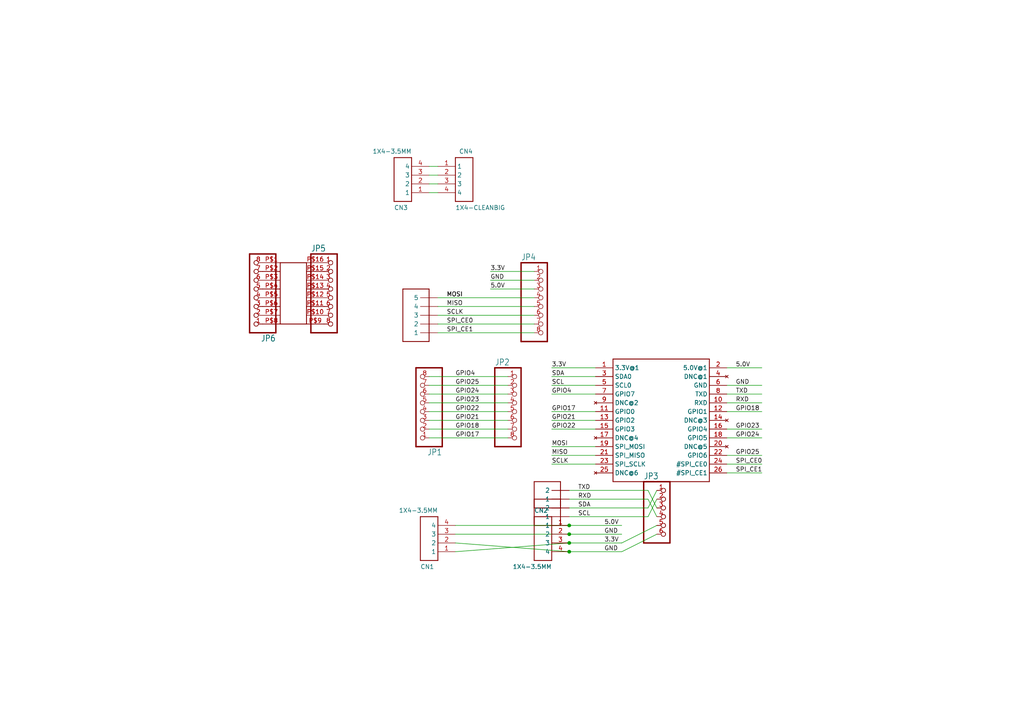
<source format=kicad_sch>
(kicad_sch (version 20230121) (generator eeschema)
  (paper "A4")
  (lib_symbols
    (symbol "working-eagle-import:1X2-3.5MM"
      (symbol "1X2-3.5MM_1_0"
        (polyline (pts (xy -2.54 -2.54) (xy 5.08 -2.54)) (stroke (width 0.254)))
        (polyline (pts (xy -2.54 5.08) (xy -2.54 -2.54)) (stroke (width 0.254)))
        (polyline (pts (xy 5.08 -2.54) (xy 5.08 5.08)) (stroke (width 0.254)))
        (polyline (pts (xy 5.08 5.08) (xy -2.54 5.08)) (stroke (width 0.254)))
        (pin passive line (at -5.08 2.54 0) (length 5.08) (name "1") (number "1"))
        (pin passive line (at -5.08 0 0) (length 5.08) (name "2") (number "2"))
      )
    )
    (symbol "working-eagle-import:1X4-3.5MM"
      (property "Reference" "CN" (at 5.08 7.62 0))
      (symbol "1X4-3.5MM_1_0"
        (polyline (pts (xy 0 -7.62) (xy 0 5.08)) (stroke (width 0.254)))
        (polyline (pts (xy 0 5.08) (xy 5.08 5.08)) (stroke (width 0.254)))
        (polyline (pts (xy 5.08 -7.62) (xy 0 -7.62)) (stroke (width 0.254)))
        (polyline (pts (xy 5.08 5.08) (xy 5.08 -7.62)) (stroke (width 0.254)))
        (pin bidirectional line (at -5.08 2.54 0) (length 5.08) (name "1") (number "1"))
        (pin bidirectional line (at -5.08 0 0) (length 5.08) (name "2") (number "2"))
        (pin bidirectional line (at -5.08 -2.54 0) (length 5.08) (name "3") (number "3"))
        (pin bidirectional line (at -5.08 -5.08 0) (length 5.08) (name "4") (number "4"))
      )
    )
    (symbol "working-eagle-import:1X4-CLEANBIG"
      (property "Reference" "CN" (at 5.08 7.62 0))
      (symbol "1X4-CLEANBIG_1_0"
        (polyline (pts (xy 0 -7.62) (xy 0 5.08)) (stroke (width 0.254)))
        (polyline (pts (xy 0 5.08) (xy 5.08 5.08)) (stroke (width 0.254)))
        (polyline (pts (xy 5.08 -7.62) (xy 0 -7.62)) (stroke (width 0.254)))
        (polyline (pts (xy 5.08 5.08) (xy 5.08 -7.62)) (stroke (width 0.254)))
        (pin bidirectional line (at -5.08 2.54 0) (length 5.08) (name "1") (number "1"))
        (pin bidirectional line (at -5.08 0 0) (length 5.08) (name "2") (number "2"))
        (pin bidirectional line (at -5.08 -2.54 0) (length 5.08) (name "3") (number "3"))
        (pin bidirectional line (at -5.08 -5.08 0) (length 5.08) (name "4") (number "4"))
      )
    )
    (symbol "working-eagle-import:1X5"
      (symbol "1X5_1_0"
        (polyline (pts (xy -5.08 -7.62) (xy 2.54 -7.62)) (stroke (width 0.254)))
        (polyline (pts (xy -5.08 7.62) (xy -5.08 -7.62)) (stroke (width 0.254)))
        (polyline (pts (xy 2.54 -7.62) (xy 2.54 7.62)) (stroke (width 0.254)))
        (polyline (pts (xy 2.54 7.62) (xy -5.08 7.62)) (stroke (width 0.254)))
        (pin passive line (at -7.62 5.08 0) (length 5.08) (name "1") (number "1"))
        (pin passive line (at -7.62 2.54 0) (length 5.08) (name "2") (number "2"))
        (pin passive line (at -7.62 0 0) (length 5.08) (name "3") (number "3"))
        (pin passive line (at -7.62 -2.54 0) (length 5.08) (name "4") (number "4"))
        (pin passive line (at -7.62 -5.08 0) (length 5.08) (name "5") (number "5"))
      )
    )
    (symbol "working-eagle-import:PINHD-1X6B"
      (property "Reference" "JP" (at -6.35 10.795 0))
      (symbol "PINHD-1X6B_1_0"
        (polyline (pts (xy -6.35 -7.62) (xy 1.27 -7.62)) (stroke (width 0.4064)))
        (polyline (pts (xy -6.35 10.16) (xy -6.35 -7.62)) (stroke (width 0.4064)))
        (polyline (pts (xy 1.27 -7.62) (xy 1.27 10.16)) (stroke (width 0.4064)))
        (polyline (pts (xy 1.27 10.16) (xy -6.35 10.16)) (stroke (width 0.4064)))
        (pin passive inverted (at -2.54 7.62 0) (length 2.54) (name "1") (number "1"))
        (pin passive inverted (at -2.54 5.08 0) (length 2.54) (name "2") (number "2"))
        (pin passive inverted (at -2.54 2.54 0) (length 2.54) (name "3") (number "3"))
        (pin passive inverted (at -2.54 0 0) (length 2.54) (name "4") (number "4"))
        (pin passive inverted (at -2.54 -2.54 0) (length 2.54) (name "5") (number "5"))
        (pin passive inverted (at -2.54 -5.08 0) (length 2.54) (name "6") (number "6"))
      )
    )
    (symbol "working-eagle-import:PINHD-1X8-3.5MM"
      (property "Reference" "JP" (at -6.35 10.795 0))
      (symbol "PINHD-1X8-3.5MM_1_0"
        (polyline (pts (xy -6.35 -12.7) (xy 1.27 -12.7)) (stroke (width 0.4064)))
        (polyline (pts (xy -6.35 10.16) (xy -6.35 -12.7)) (stroke (width 0.4064)))
        (polyline (pts (xy 1.27 -12.7) (xy 1.27 10.16)) (stroke (width 0.4064)))
        (polyline (pts (xy 1.27 10.16) (xy -6.35 10.16)) (stroke (width 0.4064)))
        (pin passive inverted (at -2.54 7.62 0) (length 2.54) (name "1") (number "1"))
        (pin passive inverted (at -2.54 5.08 0) (length 2.54) (name "2") (number "2"))
        (pin passive inverted (at -2.54 2.54 0) (length 2.54) (name "3") (number "3"))
        (pin passive inverted (at -2.54 0 0) (length 2.54) (name "4") (number "4"))
        (pin passive inverted (at -2.54 -2.54 0) (length 2.54) (name "5") (number "5"))
        (pin passive inverted (at -2.54 -5.08 0) (length 2.54) (name "6") (number "6"))
        (pin passive inverted (at -2.54 -7.62 0) (length 2.54) (name "7") (number "7"))
        (pin passive inverted (at -2.54 -10.16 0) (length 2.54) (name "8") (number "8"))
      )
    )
    (symbol "working-eagle-import:PINHD-1X8BIG"
      (property "Reference" "JP" (at -6.35 10.795 0))
      (symbol "PINHD-1X8BIG_1_0"
        (polyline (pts (xy -6.35 -12.7) (xy 1.27 -12.7)) (stroke (width 0.4064)))
        (polyline (pts (xy -6.35 10.16) (xy -6.35 -12.7)) (stroke (width 0.4064)))
        (polyline (pts (xy 1.27 -12.7) (xy 1.27 10.16)) (stroke (width 0.4064)))
        (polyline (pts (xy 1.27 10.16) (xy -6.35 10.16)) (stroke (width 0.4064)))
        (pin passive inverted (at -2.54 7.62 0) (length 2.54) (name "1") (number "1"))
        (pin passive inverted (at -2.54 5.08 0) (length 2.54) (name "2") (number "2"))
        (pin passive inverted (at -2.54 2.54 0) (length 2.54) (name "3") (number "3"))
        (pin passive inverted (at -2.54 0 0) (length 2.54) (name "4") (number "4"))
        (pin passive inverted (at -2.54 -2.54 0) (length 2.54) (name "5") (number "5"))
        (pin passive inverted (at -2.54 -5.08 0) (length 2.54) (name "6") (number "6"))
        (pin passive inverted (at -2.54 -7.62 0) (length 2.54) (name "7") (number "7"))
        (pin passive inverted (at -2.54 -10.16 0) (length 2.54) (name "8") (number "8"))
      )
    )
    (symbol "working-eagle-import:RASPBERRYPI_BB"
      (symbol "RASPBERRYPI_BB_1_0"
        (polyline (pts (xy -12.7 -17.78) (xy -12.7 17.78)) (stroke (width 0.254)))
        (polyline (pts (xy -12.7 17.78) (xy 15.24 17.78)) (stroke (width 0.254)))
        (polyline (pts (xy 15.24 -17.78) (xy -12.7 -17.78)) (stroke (width 0.254)))
        (polyline (pts (xy 15.24 17.78) (xy 15.24 -17.78)) (stroke (width 0.254)))
        (pin power_in line (at -17.78 15.24 0) (length 5.08) (name "3.3V@1") (number "1"))
        (pin input line (at 20.32 5.08 180) (length 5.08) (name "RXD") (number "10"))
        (pin bidirectional line (at -17.78 2.54 0) (length 5.08) (name "GPIO0") (number "11"))
        (pin bidirectional line (at 20.32 2.54 180) (length 5.08) (name "GPIO1") (number "12"))
        (pin bidirectional line (at -17.78 0 0) (length 5.08) (name "GPIO2") (number "13"))
        (pin no_connect line (at 20.32 0 180) (length 5.08) (name "DNC@3") (number "14"))
        (pin bidirectional line (at -17.78 -2.54 0) (length 5.08) (name "GPIO3") (number "15"))
        (pin bidirectional line (at 20.32 -2.54 180) (length 5.08) (name "GPIO4") (number "16"))
        (pin no_connect line (at -17.78 -5.08 0) (length 5.08) (name "DNC@4") (number "17"))
        (pin bidirectional line (at 20.32 -5.08 180) (length 5.08) (name "GPIO5") (number "18"))
        (pin output line (at -17.78 -7.62 0) (length 5.08) (name "SPI_MOSI") (number "19"))
        (pin power_in line (at 20.32 15.24 180) (length 5.08) (name "5.0V@1") (number "2"))
        (pin no_connect line (at 20.32 -7.62 180) (length 5.08) (name "DNC@5") (number "20"))
        (pin input line (at -17.78 -10.16 0) (length 5.08) (name "SPI_MISO") (number "21"))
        (pin bidirectional line (at 20.32 -10.16 180) (length 5.08) (name "GPIO6") (number "22"))
        (pin output line (at -17.78 -12.7 0) (length 5.08) (name "SPI_SCLK") (number "23"))
        (pin output line (at 20.32 -12.7 180) (length 5.08) (name "#SPI_CE0") (number "24"))
        (pin no_connect line (at -17.78 -15.24 0) (length 5.08) (name "DNC@6") (number "25"))
        (pin output line (at 20.32 -15.24 180) (length 5.08) (name "#SPI_CE1") (number "26"))
        (pin bidirectional line (at -17.78 12.7 0) (length 5.08) (name "SDA0") (number "3"))
        (pin no_connect line (at 20.32 12.7 180) (length 5.08) (name "DNC@1") (number "4"))
        (pin output line (at -17.78 10.16 0) (length 5.08) (name "SCL0") (number "5"))
        (pin power_in line (at 20.32 10.16 180) (length 5.08) (name "GND") (number "6"))
        (pin bidirectional line (at -17.78 7.62 0) (length 5.08) (name "GPIO7") (number "7"))
        (pin output line (at 20.32 7.62 180) (length 5.08) (name "TXD") (number "8"))
        (pin no_connect line (at -17.78 5.08 0) (length 5.08) (name "DNC@2") (number "9"))
      )
    )
    (symbol "working-eagle-import:SMD-16SOIC"
      (symbol "SMD-16SOIC_1_0"
        (polyline (pts (xy -2.54 -5.08) (xy -2.54 12.7)) (stroke (width 0.254)))
        (polyline (pts (xy -2.54 12.7) (xy 5.08 12.7)) (stroke (width 0.254)))
        (polyline (pts (xy 5.08 -5.08) (xy -2.54 -5.08)) (stroke (width 0.254)))
        (polyline (pts (xy 5.08 12.7) (xy 5.08 -5.08)) (stroke (width 0.254)))
        (pin bidirectional line (at -7.62 12.7 0) (length 5.08) (name "P$1") (number "P$1"))
        (pin bidirectional line (at 10.16 -2.54 180) (length 5.08) (name "P$10") (number "P$10"))
        (pin bidirectional line (at 10.16 0 180) (length 5.08) (name "P$11") (number "P$11"))
        (pin bidirectional line (at 10.16 2.54 180) (length 5.08) (name "P$12") (number "P$12"))
        (pin bidirectional line (at 10.16 5.08 180) (length 5.08) (name "P$13") (number "P$13"))
        (pin bidirectional line (at 10.16 7.62 180) (length 5.08) (name "P$14") (number "P$14"))
        (pin bidirectional line (at 10.16 10.16 180) (length 5.08) (name "P$15") (number "P$15"))
        (pin bidirectional line (at 10.16 12.7 180) (length 5.08) (name "P$16") (number "P$16"))
        (pin bidirectional line (at -7.62 10.16 0) (length 5.08) (name "P$2") (number "P$2"))
        (pin bidirectional line (at -7.62 7.62 0) (length 5.08) (name "P$3") (number "P$3"))
        (pin bidirectional line (at -7.62 5.08 0) (length 5.08) (name "P$4") (number "P$4"))
        (pin bidirectional line (at -7.62 2.54 0) (length 5.08) (name "P$5") (number "P$5"))
        (pin bidirectional line (at -7.62 0 0) (length 5.08) (name "P$6") (number "P$6"))
        (pin bidirectional line (at -7.62 -2.54 0) (length 5.08) (name "P$7") (number "P$7"))
        (pin bidirectional line (at -7.62 -5.08 0) (length 5.08) (name "P$8") (number "P$8"))
        (pin bidirectional line (at 10.16 -5.08 180) (length 5.08) (name "P$9") (number "P$9"))
      )
    )
  )
  (junction (at 165.1 152.4))
  (junction (at 165.1 157.48))
  (junction (at 165.1 160.02))
  (junction (at 165.1 154.94))
  (wire (pts (xy 187.96 149.86) (xy 190.5 144.78)) (stroke (width 0.1524)))
  (wire (pts (xy 154.94 78.74) (xy 142.24 78.74)) (stroke (width 0.1524)))
  (wire (pts (xy 210.82 116.84) (xy 220.98 116.84)) (stroke (width 0.1524)))
  (wire (pts (xy 165.1 157.48) (xy 132.08 160.02)) (stroke (width 0.1524)))
  (wire (pts (xy 172.72 129.54) (xy 160.02 129.54)) (stroke (width 0.1524)))
  (wire (pts (xy 124.46 116.84) (xy 147.32 116.84)) (stroke (width 0.1524)))
  (wire (pts (xy 165.1 142.24) (xy 187.96 142.24)) (stroke (width 0.1524)))
  (wire (pts (xy 160.02 132.08) (xy 172.72 132.08)) (stroke (width 0.1524)))
  (wire (pts (xy 127 86.36) (xy 154.94 86.36)) (stroke (width 0.1524)))
  (wire (pts (xy 180.34 157.48) (xy 190.5 152.4)) (stroke (width 0.1524)))
  (wire (pts (xy 124.46 111.76) (xy 147.32 111.76)) (stroke (width 0.1524)))
  (wire (pts (xy 127 55.88) (xy 124.46 55.88)) (stroke (width 0.1524)))
  (wire (pts (xy 127 96.52) (xy 154.94 96.52)) (stroke (width 0.1524)))
  (wire (pts (xy 172.72 124.46) (xy 160.02 124.46)) (stroke (width 0.1524)))
  (wire (pts (xy 165.1 147.32) (xy 187.96 147.32)) (stroke (width 0.1524)))
  (wire (pts (xy 165.1 154.94) (xy 132.08 154.94)) (stroke (width 0.1524)))
  (wire (pts (xy 154.94 81.28) (xy 142.24 81.28)) (stroke (width 0.1524)))
  (wire (pts (xy 210.82 127) (xy 220.98 127)) (stroke (width 0.1524)))
  (wire (pts (xy 210.82 119.38) (xy 220.98 119.38)) (stroke (width 0.1524)))
  (wire (pts (xy 165.1 149.86) (xy 187.96 149.86)) (stroke (width 0.1524)))
  (wire (pts (xy 124.46 109.22) (xy 147.32 109.22)) (stroke (width 0.1524)))
  (wire (pts (xy 210.82 106.68) (xy 220.98 106.68)) (stroke (width 0.1524)))
  (wire (pts (xy 210.82 111.76) (xy 220.98 111.76)) (stroke (width 0.1524)))
  (wire (pts (xy 187.96 142.24) (xy 190.5 147.32)) (stroke (width 0.1524)))
  (wire (pts (xy 127 48.26) (xy 124.46 48.26)) (stroke (width 0.1524)))
  (wire (pts (xy 124.46 119.38) (xy 147.32 119.38)) (stroke (width 0.1524)))
  (wire (pts (xy 165.1 144.78) (xy 187.96 144.78)) (stroke (width 0.1524)))
  (wire (pts (xy 187.96 144.78) (xy 190.5 149.86)) (stroke (width 0.1524)))
  (wire (pts (xy 165.1 160.02) (xy 180.34 160.02)) (stroke (width 0.1524)))
  (wire (pts (xy 124.46 124.46) (xy 147.32 124.46)) (stroke (width 0.1524)))
  (wire (pts (xy 154.94 83.82) (xy 142.24 83.82)) (stroke (width 0.1524)))
  (wire (pts (xy 127 53.34) (xy 124.46 53.34)) (stroke (width 0.1524)))
  (wire (pts (xy 210.82 114.3) (xy 220.98 114.3)) (stroke (width 0.1524)))
  (wire (pts (xy 180.34 160.02) (xy 190.5 154.94)) (stroke (width 0.1524)))
  (wire (pts (xy 165.1 154.94) (xy 180.34 154.94)) (stroke (width 0.1524)))
  (wire (pts (xy 165.1 152.4) (xy 132.08 152.4)) (stroke (width 0.1524)))
  (wire (pts (xy 172.72 119.38) (xy 160.02 119.38)) (stroke (width 0.1524)))
  (wire (pts (xy 210.82 124.46) (xy 220.98 124.46)) (stroke (width 0.1524)))
  (wire (pts (xy 127 91.44) (xy 154.94 91.44)) (stroke (width 0.1524)))
  (wire (pts (xy 172.72 111.76) (xy 160.02 111.76)) (stroke (width 0.1524)))
  (wire (pts (xy 165.1 152.4) (xy 180.34 152.4)) (stroke (width 0.1524)))
  (wire (pts (xy 210.82 134.62) (xy 220.98 134.62)) (stroke (width 0.1524)))
  (wire (pts (xy 172.72 134.62) (xy 160.02 134.62)) (stroke (width 0.1524)))
  (wire (pts (xy 210.82 137.16) (xy 220.98 137.16)) (stroke (width 0.1524)))
  (wire (pts (xy 172.72 114.3) (xy 160.02 114.3)) (stroke (width 0.1524)))
  (wire (pts (xy 132.08 157.48) (xy 165.1 160.02)) (stroke (width 0.1524)))
  (wire (pts (xy 124.46 114.3) (xy 147.32 114.3)) (stroke (width 0.1524)))
  (wire (pts (xy 187.96 147.32) (xy 190.5 142.24)) (stroke (width 0.1524)))
  (wire (pts (xy 127 93.98) (xy 154.94 93.98)) (stroke (width 0.1524)))
  (wire (pts (xy 180.34 157.48) (xy 165.1 157.48)) (stroke (width 0.1524)))
  (wire (pts (xy 172.72 109.22) (xy 160.02 109.22)) (stroke (width 0.1524)))
  (wire (pts (xy 172.72 106.68) (xy 160.02 106.68)) (stroke (width 0.1524)))
  (wire (pts (xy 172.72 121.92) (xy 160.02 121.92)) (stroke (width 0.1524)))
  (wire (pts (xy 124.46 127) (xy 147.32 127)) (stroke (width 0.1524)))
  (wire (pts (xy 127 88.9) (xy 154.94 88.9)) (stroke (width 0.1524)))
  (wire (pts (xy 127 50.8) (xy 124.46 50.8)) (stroke (width 0.1524)))
  (wire (pts (xy 210.82 132.08) (xy 220.98 132.08)) (stroke (width 0.1524)))
  (wire (pts (xy 124.46 121.92) (xy 147.32 121.92)) (stroke (width 0.1524)))
  (label "SDA" (at 160.02 109.22 0) (effects (font (size 1.2446 1.2446))))
  (label "SCLK" (at 129.54 91.44 0) (effects (font (size 1.2446 1.2446))))
  (label "5.0V" (at 142.24 83.82 0) (effects (font (size 1.2446 1.2446))))
  (label "GPIO24" (at 132.08 114.3 0) (effects (font (size 1.2446 1.2446))))
  (label "GPIO17" (at 132.08 127 0) (effects (font (size 1.2446 1.2446))))
  (label "GPIO24" (at 213.36 127 0) (effects (font (size 1.2446 1.2446))))
  (label "GPIO21" (at 160.02 121.92 0) (effects (font (size 1.2446 1.2446))))
  (label "GPIO4" (at 132.08 109.22 0) (effects (font (size 1.2446 1.2446))))
  (label "GND" (at 213.36 111.76 0) (effects (font (size 1.2446 1.2446))))
  (label "GND" (at 142.24 81.28 0) (effects (font (size 1.2446 1.2446))))
  (label "SCLK" (at 160.02 134.62 0) (effects (font (size 1.2446 1.2446))))
  (label "GPIO4" (at 160.02 114.3 0) (effects (font (size 1.2446 1.2446))))
  (label "MOSI" (at 129.54 86.36 0) (effects (font (size 1.2446 1.2446))))
  (label "RXD" (at 213.36 116.84 0) (effects (font (size 1.2446 1.2446))))
  (label "5.0V" (at 213.36 106.68 0) (effects (font (size 1.2446 1.2446))))
  (label "MOSI" (at 129.54 86.36 0) (effects (font (size 1.2446 1.2446))))
  (label "SCL" (at 160.02 111.76 0) (effects (font (size 1.2446 1.2446))))
  (label "GPIO23" (at 132.08 116.84 0) (effects (font (size 1.2446 1.2446))))
  (label "GPIO17" (at 160.02 119.38 0) (effects (font (size 1.2446 1.2446))))
  (label "GPIO22" (at 160.02 124.46 0) (effects (font (size 1.2446 1.2446))))
  (label "SPI_CE0" (at 213.36 134.62 0) (effects (font (size 1.2446 1.2446))))
  (label "TXD" (at 167.64 142.24 0) (effects (font (size 1.2446 1.2446))))
  (label "SDA" (at 167.64 147.32 0) (effects (font (size 1.2446 1.2446))))
  (label "GND" (at 175.26 154.94 0) (effects (font (size 1.2446 1.2446))))
  (label "SPI_CE0" (at 129.54 93.98 0) (effects (font (size 1.2446 1.2446))))
  (label "3.3V" (at 160.02 106.68 0) (effects (font (size 1.2446 1.2446))))
  (label "SPI_CE1" (at 129.54 96.52 0) (effects (font (size 1.2446 1.2446))))
  (label "MISO" (at 160.02 132.08 0) (effects (font (size 1.2446 1.2446))))
  (label "GPIO25" (at 132.08 111.76 0) (effects (font (size 1.2446 1.2446))))
  (label "SPI_CE1" (at 213.36 137.16 0) (effects (font (size 1.2446 1.2446))))
  (label "3.3V" (at 142.24 78.74 0) (effects (font (size 1.2446 1.2446))))
  (label "3.3V" (at 175.26 157.48 0) (effects (font (size 1.2446 1.2446))))
  (label "RXD" (at 167.64 144.78 0) (effects (font (size 1.2446 1.2446))))
  (label "GPIO25" (at 213.36 132.08 0) (effects (font (size 1.2446 1.2446))))
  (label "SCL" (at 167.64 149.86 0) (effects (font (size 1.2446 1.2446))))
  (label "GPIO21" (at 132.08 121.92 0) (effects (font (size 1.2446 1.2446))))
  (label "GPIO18" (at 213.36 119.38 0) (effects (font (size 1.2446 1.2446))))
  (label "GPIO22" (at 132.08 119.38 0) (effects (font (size 1.2446 1.2446))))
  (label "MISO" (at 129.54 88.9 0) (effects (font (size 1.2446 1.2446))))
  (label "GPIO23" (at 213.36 124.46 0) (effects (font (size 1.2446 1.2446))))
  (label "GPIO18" (at 132.08 124.46 0) (effects (font (size 1.2446 1.2446))))
  (label "TXD" (at 213.36 114.3 0) (effects (font (size 1.2446 1.2446))))
  (label "5.0V" (at 175.26 152.4 0) (effects (font (size 1.2446 1.2446))))
  (label "MOSI" (at 160.02 129.54 0) (effects (font (size 1.2446 1.2446))))
  (label "GND" (at 175.26 160.02 0) (effects (font (size 1.2446 1.2446))))
  (symbol (lib_id "working-eagle-import:1X2-3.5MM") (at 160.02 142.24 180) (unit 1)
    (property "Reference" "J2" (effects hide))
    (property "Value" "1X2-3.5MM" (effects hide))
    (property "Footprint" "working:1X2-3.5MM" (effects hide))
  )
  (symbol (lib_id "working-eagle-import:1X2-3.5MM") (at 160.02 147.32 180) (unit 1)
    (property "Reference" "J1" (effects hide))
    (property "Value" "1X2-3.5MM" (effects hide))
    (property "Footprint" "working:1X2-3.5MM" (effects hide))
  )
  (symbol (lib_id "working-eagle-import:SMD-16SOIC") (at 83.82 88.9 0) (unit 1)
    (property "Reference" "U$2" (effects hide))
    (property "Value" "SMD-16SOIC" (effects hide))
    (property "Footprint" "working:SO-16NMW" (effects hide))
  )
  (symbol (lib_id "working-eagle-import:PINHD-1X8BIG") (at 73.66 86.36 180) (unit 1)
    (property "Reference" "JP6" (at 80.01 97.155 0) (effects (font (size 1.778 1.5113)) (justify left bottom)))
    (property "Value" "PINHD-1X8BIG" (effects hide))
    (property "Footprint" "working:1X08-BIG" (effects hide))
  )
  (symbol (lib_id "working-eagle-import:PINHD-1X6B") (at 193.04 149.86 0) (unit 1)
    (property "Reference" "JP3" (at 186.69 139.065 0) (effects (font (size 1.778 1.5113)) (justify left bottom)))
    (property "Value" "PINHD-1X6B" (effects hide))
    (property "Footprint" "working:1X06-BIG" (effects hide))
  )
  (symbol (lib_id "working-eagle-import:1X4-CLEANBIG") (at 132.08 50.8 0) (unit 1)
    (property "Reference" "CN4" (at 137.16 43.18 0) (effects (justify right top)))
    (property "Value" "1X4-CLEANBIG" (at 132.08 60.96 0) (effects (justify left bottom)))
    (property "Footprint" "working:1X04-CLEANBIG" (effects hide))
  )
  (symbol (lib_id "working-eagle-import:1X4-3.5MM") (at 160.02 154.94 0) (mirror y) (unit 1)
    (property "Reference" "CN2" (at 154.94 147.32 0) (effects (justify right top)))
    (property "Value" "1X4-3.5MM" (at 160.02 165.1 0) (effects (justify left bottom)))
    (property "Footprint" "working:1X04-3.5MM" (effects hide))
  )
  (symbol (lib_id "working-eagle-import:1X5") (at 119.38 91.44 180) (unit 1)
    (property "Reference" "J3" (effects hide))
    (property "Value" "1X5" (effects hide))
    (property "Footprint" "working:1X05-3.5MM" (effects hide))
  )
  (symbol (lib_id "working-eagle-import:1X4-3.5MM") (at 127 157.48 180) (unit 1)
    (property "Reference" "CN1" (at 121.92 165.1 0) (effects (justify right top)))
    (property "Value" "1X4-3.5MM" (at 127 147.32 0) (effects (justify left bottom)))
    (property "Footprint" "working:1X04-3.5MM" (effects hide))
  )
  (symbol (lib_id "working-eagle-import:PINHD-1X8BIG") (at 149.86 116.84 0) (unit 1)
    (property "Reference" "JP2" (at 143.51 106.045 0) (effects (font (size 1.778 1.5113)) (justify left bottom)))
    (property "Value" "PINHD-1X8BIG" (effects hide))
    (property "Footprint" "working:1X08-BIG" (effects hide))
  )
  (symbol (lib_id "working-eagle-import:PINHD-1X8BIG") (at 157.48 86.36 0) (unit 1)
    (property "Reference" "JP4" (at 151.13 75.565 0) (effects (font (size 1.778 1.5113)) (justify left bottom)))
    (property "Value" "PINHD-1X8BIG" (effects hide))
    (property "Footprint" "working:1X08-BIG" (effects hide))
  )
  (symbol (lib_id "working-eagle-import:RASPBERRYPI_BB") (at 190.5 121.92 0) (unit 1)
    (property "Reference" "U$1" (effects hide))
    (property "Value" "RASPBERRYPI_BB" (effects hide))
    (property "Footprint" "working:RASBERRYPI_SHIELD" (effects hide))
  )
  (symbol (lib_id "working-eagle-import:PINHD-1X8-3.5MM") (at 121.92 119.38 180) (unit 1)
    (property "Reference" "JP1" (at 128.27 130.175 0) (effects (font (size 1.778 1.5113)) (justify left bottom)))
    (property "Value" "PINHD-1X8-3.5MM" (effects hide))
    (property "Footprint" "working:1X08-3.5MM" (effects hide))
  )
  (symbol (lib_id "working-eagle-import:PINHD-1X8BIG") (at 96.52 83.82 0) (unit 1)
    (property "Reference" "JP5" (at 90.17 73.025 0) (effects (font (size 1.778 1.5113)) (justify left bottom)))
    (property "Value" "PINHD-1X8BIG" (effects hide))
    (property "Footprint" "working:1X08-BIG" (effects hide))
  )
  (symbol (lib_id "working-eagle-import:1X4-3.5MM") (at 119.38 53.34 180) (unit 1)
    (property "Reference" "CN3" (at 114.3 60.96 0) (effects (justify right top)))
    (property "Value" "1X4-3.5MM" (at 119.38 43.18 0) (effects (justify left bottom)))
    (property "Footprint" "working:1X04-3.5MM" (effects hide))
  )
)
</source>
